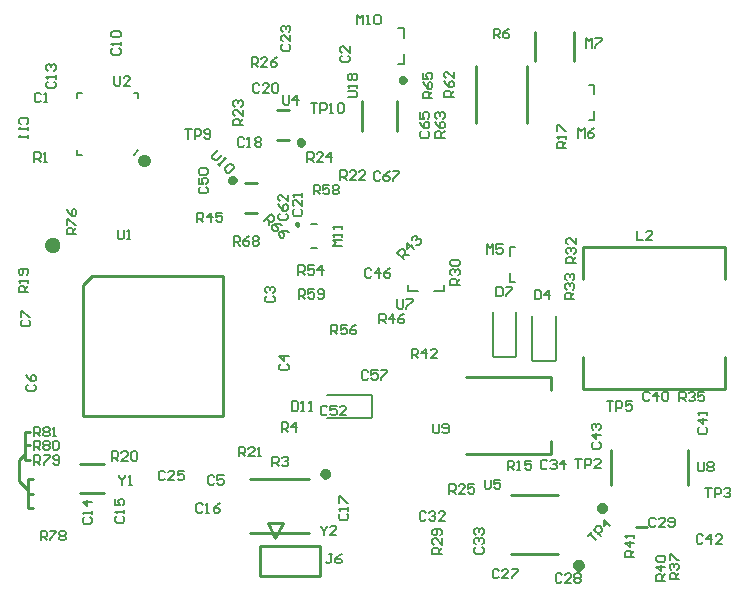
<source format=gto>
%FSTAX24Y24*%
%MOIN*%
%SFA1B1*%

%IPPOS*%
%ADD50C,0.010000*%
%ADD92C,0.019700*%
%ADD93C,0.009800*%
%ADD94C,0.039400*%
%ADD95C,0.007900*%
%ADD96C,0.005000*%
%ADD97C,0.005900*%
%LNee4951_bpm_reva-1*%
%LPD*%
G54D50*
X018199Y008248D02*
X020167D01*
X018199Y010059D02*
X020167D01*
X0231Y021663D02*
Y022648D01*
X021919Y021663D02*
Y022648D01*
X020528Y006823D02*
Y007823D01*
X018528D02*
X020528D01*
X018528Y006823D02*
Y007823D01*
Y006823D02*
X020528D01*
X018778Y008573D02*
X019028Y008073D01*
X019278Y008573*
X018778D02*
X019278D01*
X028238Y013012D02*
Y013465D01*
X025384D02*
X028238D01*
Y010886D02*
Y011339D01*
X025384Y010886D02*
X028238D01*
X030236Y009843D02*
Y011024D01*
X032795Y009843D02*
Y011024D01*
X02689Y007558D02*
X028465D01*
X02689Y009527D02*
X028465D01*
X034016Y016732D02*
Y017795D01*
X029291D02*
X034016D01*
X029291Y016732D02*
Y017795D01*
Y013071D02*
X034016D01*
X029291D02*
Y014134D01*
X034016D02*
Y013071D01*
X019094Y021348D02*
X019488D01*
X019094Y022352D02*
X019488D01*
X012618Y012146D02*
X017303D01*
X012618D02*
Y016535D01*
X012913Y016831*
X017303*
Y012146D02*
Y016831D01*
X027697Y023986D02*
Y02497D01*
X028996Y023986D02*
Y02497D01*
X025719Y023809D02*
Y021919D01*
X027411D02*
Y023809D01*
X018032Y018907D02*
X018425D01*
X018032Y019911D02*
X018425D01*
X012539Y009587D02*
X013327D01*
X012539Y010571D02*
X013327D01*
X031073Y008445D02*
X031417D01*
X010699Y011624D02*
X010846D01*
X010699Y010689D02*
Y011624D01*
Y010689D02*
X010846D01*
X010699Y011181D02*
X010846D01*
X010502Y010689D02*
X010699Y010886D01*
X010502Y01D02*
Y010689D01*
Y01D02*
X010797Y009705D01*
Y009606D02*
Y009705D01*
Y009606D02*
Y009705D01*
Y009085D02*
Y010059D01*
X010945*
X010797Y009567D02*
X010945D01*
X010797Y009085D02*
X010945D01*
G54D92*
X020797Y010217D02*
D01*
X020796Y010222*
X020796Y010227*
X020795Y010233*
X020793Y010238*
X020792Y010244*
X02079Y010249*
X020787Y010254*
X020784Y010258*
X020781Y010263*
X020778Y010267*
X020774Y010271*
X02077Y010275*
X020766Y010279*
X020762Y010282*
X020757Y010285*
X020752Y010288*
X020747Y01029*
X020742Y010292*
X020737Y010293*
X020731Y010294*
X020726Y010295*
X02072Y010295*
X020715*
X020709Y010295*
X020704Y010294*
X020698Y010293*
X020693Y010292*
X020688Y01029*
X020683Y010288*
X020678Y010285*
X020673Y010282*
X020669Y010279*
X020665Y010275*
X020661Y010271*
X020657Y010267*
X020654Y010263*
X020651Y010258*
X020648Y010254*
X020645Y010249*
X020643Y010244*
X020642Y010238*
X02064Y010233*
X020639Y010227*
X020639Y010222*
X020639Y010217*
X020639Y010211*
X020639Y010206*
X02064Y0102*
X020642Y010195*
X020643Y010189*
X020645Y010184*
X020648Y010179*
X020651Y010175*
X020654Y01017*
X020657Y010166*
X020661Y010162*
X020665Y010158*
X020669Y010154*
X020673Y010151*
X020678Y010148*
X020683Y010145*
X020688Y010143*
X020693Y010141*
X020698Y01014*
X020704Y010139*
X020709Y010138*
X020715Y010138*
X02072*
X020726Y010138*
X020731Y010139*
X020737Y01014*
X020742Y010141*
X020747Y010143*
X020752Y010145*
X020757Y010148*
X020762Y010151*
X020766Y010154*
X02077Y010158*
X020774Y010162*
X020778Y010166*
X020781Y01017*
X020784Y010175*
X020787Y010179*
X02079Y010184*
X020792Y010189*
X020793Y010195*
X020795Y0102*
X020796Y010206*
X020796Y010211*
X020797Y010217*
X023346Y023337D02*
D01*
X023345Y02334*
X023345Y023343*
X023344Y023347*
X023344Y02335*
X023343Y023353*
X023341Y023356*
X02334Y02336*
X023338Y023362*
X023336Y023365*
X023334Y023368*
X023332Y023371*
X023329Y023373*
X023327Y023375*
X023324Y023377*
X023321Y023379*
X023318Y023381*
X023315Y023382*
X023312Y023383*
X023308Y023384*
X023305Y023385*
X023302Y023385*
X023298Y023385*
X023295*
X023291Y023385*
X023288Y023385*
X023285Y023384*
X023281Y023383*
X023278Y023382*
X023275Y023381*
X023272Y023379*
X023269Y023377*
X023266Y023375*
X023264Y023373*
X023261Y023371*
X023259Y023368*
X023257Y023365*
X023255Y023362*
X023253Y02336*
X023252Y023356*
X02325Y023353*
X023249Y02335*
X023249Y023347*
X023248Y023343*
X023248Y02334*
X023248Y023337*
X023248Y023333*
X023248Y02333*
X023249Y023326*
X023249Y023323*
X02325Y02332*
X023252Y023317*
X023253Y023313*
X023255Y023311*
X023257Y023308*
X023259Y023305*
X023261Y023302*
X023264Y0233*
X023266Y023298*
X023269Y023296*
X023272Y023294*
X023275Y023292*
X023278Y023291*
X023281Y02329*
X023285Y023289*
X023288Y023288*
X023291Y023288*
X023295Y023288*
X023298*
X023302Y023288*
X023305Y023288*
X023308Y023289*
X023312Y02329*
X023315Y023291*
X023318Y023292*
X023321Y023294*
X023324Y023296*
X023327Y023298*
X023329Y0233*
X023332Y023302*
X023334Y023305*
X023336Y023308*
X023338Y023311*
X02334Y023313*
X023341Y023317*
X023343Y02332*
X023344Y023323*
X023344Y023326*
X023345Y02333*
X023345Y023333*
X023346Y023337*
X030034Y009075D02*
D01*
X030033Y009081*
X030033Y009087*
X030031Y009094*
X03003Y0091*
X030028Y009106*
X030025Y009112*
X030023Y009118*
X030019Y009124*
X030016Y009129*
X030012Y009134*
X030007Y009139*
X030003Y009144*
X029998Y009148*
X029993Y009152*
X029987Y009155*
X029981Y009158*
X029975Y009161*
X029969Y009163*
X029963Y009165*
X029957Y009166*
X02995Y009167*
X029944Y009167*
X029937*
X029931Y009167*
X029924Y009166*
X029918Y009165*
X029912Y009163*
X029906Y009161*
X0299Y009158*
X029894Y009155*
X029888Y009152*
X029883Y009148*
X029878Y009144*
X029874Y009139*
X029869Y009134*
X029865Y009129*
X029862Y009124*
X029858Y009118*
X029856Y009112*
X029853Y009106*
X029851Y0091*
X02985Y009094*
X029848Y009087*
X029848Y009081*
X029848Y009075*
X029848Y009068*
X029848Y009062*
X02985Y009055*
X029851Y009049*
X029853Y009043*
X029856Y009037*
X029858Y009031*
X029862Y009025*
X029865Y00902*
X029869Y009015*
X029874Y00901*
X029878Y009005*
X029883Y009001*
X029888Y008997*
X029894Y008994*
X0299Y008991*
X029906Y008988*
X029912Y008986*
X029918Y008984*
X029924Y008983*
X029931Y008982*
X029937Y008982*
X029944*
X02995Y008982*
X029957Y008983*
X029963Y008984*
X029969Y008986*
X029975Y008988*
X029981Y008991*
X029987Y008994*
X029993Y008997*
X029998Y009001*
X030003Y009005*
X030007Y00901*
X030012Y009015*
X030016Y00902*
X030019Y009025*
X030023Y009031*
X030025Y009037*
X030028Y009043*
X03003Y009049*
X030031Y009055*
X030033Y009062*
X030033Y009068*
X030034Y009075*
X029252Y007165D02*
D01*
X029251Y007171*
X029251Y007178*
X029249Y007185*
X029248Y007192*
X029246Y007198*
X029243Y007204*
X02924Y007211*
X029237Y007216*
X029233Y007222*
X029229Y007227*
X029224Y007233*
X029219Y007237*
X029214Y007242*
X029208Y007246*
X029203Y007249*
X029196Y007253*
X02919Y007255*
X029184Y007258*
X029177Y00726*
X029171Y007261*
X029164Y007262*
X029157Y007262*
X02915*
X029143Y007262*
X029136Y007261*
X02913Y00726*
X029123Y007258*
X029117Y007255*
X029111Y007253*
X029105Y007249*
X029099Y007246*
X029093Y007242*
X029088Y007237*
X029083Y007233*
X029078Y007227*
X029074Y007222*
X02907Y007216*
X029067Y007211*
X029064Y007204*
X029061Y007198*
X029059Y007192*
X029058Y007185*
X029056Y007178*
X029056Y007171*
X029056Y007165*
X029056Y007158*
X029056Y007151*
X029058Y007144*
X029059Y007137*
X029061Y007131*
X029064Y007125*
X029067Y007118*
X02907Y007113*
X029074Y007107*
X029078Y007102*
X029083Y007096*
X029088Y007092*
X029093Y007087*
X029099Y007083*
X029105Y00708*
X029111Y007076*
X029117Y007074*
X029123Y007071*
X02913Y007069*
X029136Y007068*
X029143Y007067*
X02915Y007067*
X029157*
X029164Y007067*
X029171Y007068*
X029177Y007069*
X029184Y007071*
X02919Y007074*
X029196Y007076*
X029203Y00708*
X029208Y007083*
X029214Y007087*
X029219Y007092*
X029224Y007096*
X029229Y007102*
X029233Y007107*
X029237Y007113*
X02924Y007118*
X029243Y007125*
X029246Y007131*
X029248Y007137*
X029249Y007144*
X029251Y007151*
X029251Y007158*
X029252Y007165*
X019961Y02126D02*
D01*
X01996Y021264*
X01996Y021268*
X019959Y021272*
X019958Y021276*
X019957Y02128*
X019955Y021283*
X019954Y021287*
X019952Y021291*
X019949Y021294*
X019947Y021297*
X019944Y0213*
X019941Y021303*
X019938Y021306*
X019934Y021308*
X019931Y021311*
X019927Y021313*
X019924Y021314*
X01992Y021316*
X019916Y021317*
X019912Y021318*
X019908Y021318*
X019904Y021318*
X019899*
X019895Y021318*
X019891Y021318*
X019887Y021317*
X019883Y021316*
X019879Y021314*
X019876Y021313*
X019872Y021311*
X019869Y021308*
X019865Y021306*
X019862Y021303*
X019859Y0213*
X019856Y021297*
X019854Y021294*
X019851Y021291*
X019849Y021287*
X019848Y021283*
X019846Y02128*
X019845Y021276*
X019844Y021272*
X019843Y021268*
X019843Y021264*
X019843Y02126*
X019843Y021255*
X019843Y021251*
X019844Y021247*
X019845Y021243*
X019846Y021239*
X019848Y021236*
X019849Y021232*
X019851Y021228*
X019854Y021225*
X019856Y021222*
X019859Y021219*
X019862Y021216*
X019865Y021213*
X019869Y021211*
X019872Y021208*
X019876Y021206*
X019879Y021205*
X019883Y021203*
X019887Y021202*
X019891Y021201*
X019895Y021201*
X019899Y021201*
X019904*
X019908Y021201*
X019912Y021201*
X019916Y021202*
X01992Y021203*
X019924Y021205*
X019927Y021206*
X019931Y021208*
X019934Y021211*
X019938Y021213*
X019941Y021216*
X019944Y021219*
X019947Y021222*
X019949Y021225*
X019952Y021228*
X019954Y021232*
X019955Y021236*
X019957Y021239*
X019958Y021243*
X019959Y021247*
X01996Y021251*
X01996Y021255*
X019961Y02126*
X017677Y02D02*
D01*
X017676Y020004*
X017676Y020008*
X017675Y020012*
X017674Y020016*
X017673Y02002*
X017671Y020023*
X01767Y020027*
X017668Y020031*
X017665Y020034*
X017663Y020037*
X01766Y02004*
X017657Y020043*
X017654Y020046*
X01765Y020048*
X017647Y020051*
X017643Y020053*
X01764Y020054*
X017636Y020056*
X017632Y020057*
X017628Y020058*
X017624Y020058*
X01762Y020058*
X017615*
X017611Y020058*
X017607Y020058*
X017603Y020057*
X017599Y020056*
X017595Y020054*
X017592Y020053*
X017588Y020051*
X017585Y020048*
X017581Y020046*
X017578Y020043*
X017575Y02004*
X017572Y020037*
X01757Y020034*
X017567Y020031*
X017565Y020027*
X017564Y020023*
X017562Y02002*
X017561Y020016*
X01756Y020012*
X017559Y020008*
X017559Y020004*
X017559Y02*
X017559Y019995*
X017559Y019991*
X01756Y019987*
X017561Y019983*
X017562Y019979*
X017564Y019976*
X017565Y019972*
X017567Y019968*
X01757Y019965*
X017572Y019962*
X017575Y019959*
X017578Y019956*
X017581Y019953*
X017585Y019951*
X017588Y019948*
X017592Y019946*
X017595Y019945*
X017599Y019943*
X017603Y019942*
X017607Y019941*
X017611Y019941*
X017615Y019941*
X01762*
X017624Y019941*
X017628Y019941*
X017632Y019942*
X017636Y019943*
X01764Y019945*
X017643Y019946*
X017647Y019948*
X01765Y019951*
X017654Y019953*
X017657Y019956*
X01766Y019959*
X017663Y019962*
X017665Y019965*
X017668Y019968*
X01767Y019972*
X017671Y019976*
X017673Y019979*
X017674Y019983*
X017675Y019987*
X017676Y019991*
X017676Y019995*
X017677Y02*
G54D93*
X019803Y018543D02*
D01*
X019802Y018545*
X019802Y018548*
X019802Y018551*
X019801Y018553*
X0198Y018556*
X019799Y018558*
X019798Y018561*
X019797Y018563*
X019795Y018565*
X019793Y018568*
X019792Y01857*
X01979Y018571*
X019788Y018573*
X019785Y018575*
X019783Y018576*
X019781Y018578*
X019778Y018579*
X019776Y01858*
X019773Y01858*
X01977Y018581*
X019768Y018581*
X019765Y018581*
X019762*
X019759Y018581*
X019757Y018581*
X019754Y01858*
X019751Y01858*
X019749Y018579*
X019746Y018578*
X019744Y018576*
X019742Y018575*
X019739Y018573*
X019737Y018571*
X019735Y01857*
X019734Y018568*
X019732Y018565*
X01973Y018563*
X019729Y018561*
X019728Y018558*
X019727Y018556*
X019726Y018553*
X019725Y018551*
X019725Y018548*
X019725Y018545*
X019725Y018543*
X019725Y01854*
X019725Y018537*
X019725Y018534*
X019726Y018532*
X019727Y018529*
X019728Y018527*
X019729Y018524*
X01973Y018522*
X019732Y01852*
X019734Y018517*
X019735Y018515*
X019737Y018514*
X019739Y018512*
X019742Y01851*
X019744Y018509*
X019746Y018507*
X019749Y018506*
X019751Y018505*
X019754Y018505*
X019757Y018504*
X019759Y018504*
X019762Y018504*
X019765*
X019768Y018504*
X01977Y018504*
X019773Y018505*
X019776Y018505*
X019778Y018506*
X019781Y018507*
X019783Y018509*
X019785Y01851*
X019788Y018512*
X01979Y018514*
X019792Y018515*
X019793Y018517*
X019795Y01852*
X019797Y018522*
X019798Y018524*
X019799Y018527*
X0198Y018529*
X019801Y018532*
X019802Y018534*
X019802Y018537*
X019802Y01854*
X019803Y018543*
G54D94*
X014685Y020659D02*
D01*
X014684Y020659*
X014684Y02066*
X014684Y020661*
X014684Y020661*
X014684Y020662*
X014684Y020663*
X014683Y020663*
X014683Y020664*
X014683Y020664*
X014682Y020665*
X014682Y020665*
X014681Y020666*
X014681Y020666*
X01468Y020667*
X01468Y020667*
X014679Y020667*
X014678Y020668*
X014678Y020668*
X014677Y020668*
X014676Y020668*
X014676Y020668*
X014675Y020668*
X014674*
X014673Y020668*
X014673Y020668*
X014672Y020668*
X014671Y020668*
X014671Y020668*
X01467Y020667*
X01467Y020667*
X014669Y020667*
X014668Y020666*
X014668Y020666*
X014667Y020665*
X014667Y020665*
X014666Y020664*
X014666Y020664*
X014666Y020663*
X014665Y020663*
X014665Y020662*
X014665Y020661*
X014665Y020661*
X014665Y02066*
X014665Y020659*
X014665Y020659*
X014665Y020658*
X014665Y020657*
X014665Y020656*
X014665Y020656*
X014665Y020655*
X014665Y020654*
X014666Y020654*
X014666Y020653*
X014666Y020653*
X014667Y020652*
X014667Y020652*
X014668Y020651*
X014668Y020651*
X014669Y02065*
X01467Y02065*
X01467Y02065*
X014671Y020649*
X014671Y020649*
X014672Y020649*
X014673Y020649*
X014673Y020649*
X014674Y020649*
X014675*
X014676Y020649*
X014676Y020649*
X014677Y020649*
X014678Y020649*
X014678Y020649*
X014679Y02065*
X01468Y02065*
X01468Y02065*
X014681Y020651*
X014681Y020651*
X014682Y020652*
X014682Y020652*
X014683Y020653*
X014683Y020653*
X014683Y020654*
X014684Y020654*
X014684Y020655*
X014684Y020656*
X014684Y020656*
X014684Y020657*
X014684Y020658*
X014685Y020659*
X011663Y017835D02*
D01*
X011662Y017838*
X011662Y017841*
X011661Y017845*
X011661Y017848*
X01166Y017851*
X011658Y017854*
X011657Y017858*
X011655Y01786*
X011653Y017863*
X011651Y017866*
X011649Y017869*
X011646Y017871*
X011644Y017873*
X011641Y017875*
X011638Y017877*
X011635Y017879*
X011632Y01788*
X011629Y017881*
X011625Y017882*
X011622Y017883*
X011619Y017883*
X011615Y017883*
X011612*
X011608Y017883*
X011605Y017883*
X011602Y017882*
X011598Y017881*
X011595Y01788*
X011592Y017879*
X011589Y017877*
X011586Y017875*
X011583Y017873*
X011581Y017871*
X011578Y017869*
X011576Y017866*
X011574Y017863*
X011572Y01786*
X01157Y017858*
X011569Y017854*
X011567Y017851*
X011566Y017848*
X011566Y017845*
X011565Y017841*
X011565Y017838*
X011565Y017835*
X011565Y017831*
X011565Y017828*
X011566Y017824*
X011566Y017821*
X011567Y017818*
X011569Y017815*
X01157Y017811*
X011572Y017809*
X011574Y017806*
X011576Y017803*
X011578Y0178*
X011581Y017798*
X011583Y017796*
X011586Y017794*
X011589Y017792*
X011592Y01779*
X011595Y017789*
X011598Y017788*
X011602Y017787*
X011605Y017786*
X011608Y017786*
X011612Y017786*
X011615*
X011619Y017786*
X011622Y017786*
X011625Y017787*
X011629Y017788*
X011632Y017789*
X011635Y01779*
X011638Y017792*
X011641Y017794*
X011644Y017796*
X011646Y017798*
X011649Y0178*
X011651Y017803*
X011653Y017806*
X011655Y017809*
X011657Y017811*
X011658Y017815*
X01166Y017818*
X011661Y017821*
X011661Y017824*
X011662Y017828*
X011662Y017831*
X011663Y017835*
G54D95*
X020217Y018543D02*
X020413D01*
X020217Y017756D02*
X020413D01*
X027028Y014124D02*
X027067Y014163D01*
X026319Y014124D02*
X027028D01*
X027067Y014163D02*
Y01562D01*
X02628Y014163D02*
Y01562D01*
Y014163D02*
X026319Y014124D01*
X028346Y013996D02*
X028386Y014035D01*
X027638Y013996D02*
X028346D01*
X028386Y015492D02*
Y014035D01*
X027598D02*
Y015492D01*
Y014035D02*
X027638Y013996D01*
X024644Y016516D02*
Y016336D01*
X024329D02*
X024644D01*
X023463D02*
X023778D01*
X023463Y016516D02*
Y016336D01*
X026848Y016616D02*
X027028D01*
X026848D02*
Y016931D01*
Y017482D02*
Y017797D01*
X027028*
X022224Y012077D02*
X022264Y012116D01*
X020768Y012077D02*
X022224D01*
X020768Y012864D02*
X022224D01*
X022264Y012116D02*
Y012825D01*
X022224Y012864D02*
X022264Y012825D01*
X02314Y023906D02*
X023319D01*
Y024221*
Y024772D02*
Y025087D01*
X02314D02*
X023319D01*
X029478Y023197D02*
X029658D01*
Y022882D02*
Y023197D01*
Y022016D02*
Y022331D01*
X029478Y022016D02*
X029658D01*
G54D96*
X014311Y020866D02*
X014469Y021024D01*
X014468Y022756D02*
X014469Y022913D01*
X014311D02*
X014469D01*
X012421D02*
X012579D01*
X012421Y022756D02*
Y022913D01*
Y020866D02*
X012579D01*
X012421D02*
Y021024D01*
G54D97*
X020541Y008494D02*
Y008442D01*
X020646Y008337*
X020751Y008442*
Y008494*
X020646Y008337D02*
Y008179D01*
X021066D02*
X020856D01*
X021066Y008389*
Y008442*
X021014Y008494*
X020909*
X020856Y008442*
X013829Y010187D02*
Y010134D01*
X013934Y010029*
X014039Y010134*
Y010187*
X013934Y010029D02*
Y009872D01*
X014144D02*
X014249D01*
X014196*
Y010187*
X014144Y010134*
X021447Y022776D02*
X021709D01*
X021762Y022828*
Y022933*
X021709Y022985*
X021447*
X021762Y02309D02*
Y023195D01*
Y023143*
X021447*
X021499Y02309*
Y023353D02*
X021447Y023405D01*
Y02351*
X021499Y023563*
X021552*
X021604Y02351*
X021657Y023563*
X021709*
X021762Y02351*
Y023405*
X021709Y023353*
X021657*
X021604Y023405*
X021552Y023353*
X021499*
X021604Y023405D02*
Y02351D01*
X019803Y01686D02*
Y017175D01*
X019961*
X020013Y017123*
Y017018*
X019961Y016965*
X019803*
X019908D02*
X020013Y01686D01*
X020328Y017175D02*
X020118D01*
Y017018*
X020223Y01707*
X020275*
X020328Y017018*
Y016913*
X020275Y01686*
X02017*
X020118Y016913*
X02059Y01686D02*
Y017175D01*
X020433Y017018*
X020643*
X02874Y021083D02*
X028425D01*
Y02124*
X028478Y021293*
X028583*
X028635Y02124*
Y021083*
Y021188D02*
X02874Y021293D01*
Y021398D02*
Y021502D01*
Y02145*
X028425*
X028478Y021398*
X028425Y02166D02*
Y02187D01*
X028478*
X028688Y02166*
X02874*
X02127Y017815D02*
X020955D01*
X02106Y01792*
X020955Y018025*
X02127*
Y01813D02*
Y018235D01*
Y018182*
X020955*
X021007Y01813*
X02127Y018392D02*
Y018497D01*
Y018445*
X020955*
X021007Y018392*
X020928Y007559D02*
X020823D01*
X020876*
Y007297*
X020823Y007244*
X020771*
X020719Y007297*
X021243Y007559D02*
X021138Y007506D01*
X021033Y007402*
Y007297*
X021086Y007244*
X021191*
X021243Y007297*
Y007349*
X021191Y007402*
X021033*
X022533Y020262D02*
X02248Y020315D01*
X022375*
X022323Y020262*
Y020052*
X022375Y02*
X02248*
X022533Y020052*
X022848Y020315D02*
X022743Y020262D01*
X022638Y020157*
Y020052*
X02269Y02*
X022795*
X022848Y020052*
Y020105*
X022795Y020157*
X022638*
X022953Y020315D02*
X023162D01*
Y020262*
X022953Y020052*
Y02*
X023901Y021647D02*
X023849Y021594D01*
Y021489*
X023901Y021437*
X024111*
X024163Y021489*
Y021594*
X024111Y021647*
X023849Y021962D02*
X023901Y021857D01*
X024006Y021752*
X024111*
X024163Y021804*
Y021909*
X024111Y021962*
X024058*
X024006Y021909*
Y021752*
X023849Y022277D02*
Y022067D01*
X024006*
X023953Y022172*
Y022224*
X024006Y022277*
X024111*
X024163Y022224*
Y022119*
X024111Y022067*
X024291Y011899D02*
Y011637D01*
X024344Y011585*
X024449*
X024501Y011637*
Y011899*
X024606Y011637D02*
X024659Y011585D01*
X024764*
X024816Y011637*
Y011847*
X024764Y011899*
X024659*
X024606Y011847*
Y011795*
X024659Y011742*
X024816*
X026398Y016457D02*
Y016142D01*
X026555*
X026608Y016194*
Y016404*
X026555Y016457*
X026398*
X026713D02*
X026922D01*
Y016404*
X026713Y016194*
Y016142*
X027677Y016358D02*
Y016043D01*
X027835*
X027887Y016096*
Y016306*
X027835Y016358*
X027677*
X028149Y016043D02*
Y016358D01*
X027992Y016201*
X028202*
X020217Y022579D02*
X020426D01*
X020321*
Y022264*
X020531D02*
Y022579D01*
X020689*
X020741Y022526*
Y022421*
X020689Y022369*
X020531*
X020846Y022264D02*
X020951D01*
X020899*
Y022579*
X020846Y022526*
X021109D02*
X021161Y022579D01*
X021266*
X021319Y022526*
Y022316*
X021266Y022264*
X021161*
X021109Y022316*
Y022526*
X030079Y012648D02*
X030289D01*
X030184*
Y012333*
X030394D02*
Y012648D01*
X030551*
X030604Y012595*
Y01249*
X030551Y012438*
X030394*
X030918Y012648D02*
X030708D01*
Y01249*
X030813Y012543*
X030866*
X030918Y01249*
Y012385*
X030866Y012333*
X030761*
X030708Y012385*
X029453Y008155D02*
X029595Y008296D01*
X029524Y008226*
X029736Y008014*
X029877Y008155D02*
X029665Y008367D01*
X029771Y008473*
X029842*
X029913Y008402*
Y008332*
X029807Y008226*
X030196Y008473D02*
X029983Y008685D01*
Y008473*
X030125Y008614*
X033366Y009764D02*
X033576D01*
X033471*
Y009449*
X033681D02*
Y009764D01*
X033838*
X033891Y009711*
Y009606*
X033838Y009554*
X033681*
X033996Y009711D02*
X034048Y009764D01*
X034153*
X034206Y009711*
Y009659*
X034153Y009606*
X034101*
X034153*
X034206Y009554*
Y009501*
X034153Y009449*
X034048*
X033996Y009501*
X029035Y010738D02*
X029245D01*
X02914*
Y010423*
X02935D02*
Y010738D01*
X029508*
X02956Y010686*
Y010581*
X029508Y010528*
X02935*
X029875Y010423D02*
X029665D01*
X029875Y010633*
Y010686*
X029823Y010738*
X029718*
X029665Y010686*
X016033Y021713D02*
X016243D01*
X016138*
Y021398*
X016348D02*
Y021713D01*
X016506*
X016558Y02166*
Y021555*
X016506Y021503*
X016348*
X016663Y02145D02*
X016716Y021398D01*
X016821*
X016873Y02145*
Y02166*
X016821Y021713*
X016716*
X016663Y02166*
Y021608*
X016716Y021555*
X016873*
X03312Y01063D02*
Y010367D01*
X033173Y010315*
X033278*
X03333Y010367*
Y01063*
X033435Y010577D02*
X033487Y01063D01*
X033592*
X033645Y010577*
Y010525*
X033592Y010472*
X033645Y01042*
Y010367*
X033592Y010315*
X033487*
X033435Y010367*
Y01042*
X033487Y010472*
X033435Y010525*
Y010577*
X033487Y010472D02*
X033592D01*
X023091Y016053D02*
Y015791D01*
X023143Y015738*
X023248*
X0233Y015791*
Y016053*
X023405D02*
X023615D01*
Y016001*
X023405Y015791*
Y015738*
X026014Y010039D02*
Y009777D01*
X026066Y009724*
X026171*
X026224Y009777*
Y010039*
X026539D02*
X026329D01*
Y009882*
X026434Y009934*
X026486*
X026539Y009882*
Y009777*
X026486Y009724*
X026381*
X026329Y009777*
X0225Y015246D02*
Y015561D01*
X022657*
X02271Y015508*
Y015403*
X022657Y015351*
X0225*
X022605D02*
X02271Y015246D01*
X022972D02*
Y015561D01*
X022815Y015403*
X023025*
X02334Y015561D02*
X023235Y015508D01*
X02313Y015403*
Y015299*
X023182Y015246*
X023287*
X02334Y015299*
Y015351*
X023287Y015403*
X02313*
X016427Y018622D02*
Y018937D01*
X016585*
X016637Y018884*
Y018779*
X016585Y018727*
X016427*
X016532D02*
X016637Y018622D01*
X016899D02*
Y018937D01*
X016742Y018779*
X016952*
X017267Y018937D02*
X017057D01*
Y018779*
X017162Y018832*
X017214*
X017267Y018779*
Y018675*
X017214Y018622*
X017109*
X017057Y018675*
X023327Y017382D02*
X023104Y017605D01*
X023215Y017716*
X02329*
X023364Y017642*
Y017567*
X023253Y017456*
X023327Y01753D02*
X023475D01*
X023661Y017716D02*
X023438Y017938D01*
Y017716*
X023587Y017864*
Y018013D02*
Y018087D01*
X023661Y018161*
X023735*
X023772Y018124*
Y01805*
X023735Y018013*
X023772Y01805*
X023846*
X023883Y018013*
Y017938*
X023809Y017864*
X023735*
X023583Y014085D02*
Y014399D01*
X02374*
X023793Y014347*
Y014242*
X02374Y01419*
X023583*
X023688D02*
X023793Y014085D01*
X024055D02*
Y014399D01*
X023898Y014242*
X024107*
X024422Y014085D02*
X024212D01*
X024422Y014295*
Y014347*
X02437Y014399*
X024265*
X024212Y014347*
X031004Y007461D02*
X030689D01*
Y007618*
X030742Y007671*
X030847*
X030899Y007618*
Y007461*
Y007566D02*
X031004Y007671D01*
Y007933D02*
X030689D01*
X030847Y007775*
Y007985*
X031004Y00809D02*
Y008195D01*
Y008143*
X030689*
X030742Y00809*
X032037Y006663D02*
X031723D01*
Y006821*
X031775Y006873*
X03188*
X031932Y006821*
Y006663*
Y006768D02*
X032037Y006873D01*
Y007136D02*
X031723D01*
X03188Y006978*
Y007188*
X031775Y007293D02*
X031723Y007346D01*
Y007451*
X031775Y007503*
X031985*
X032037Y007451*
Y007346*
X031985Y007293*
X031775*
X03249Y006713D02*
X032175D01*
Y00687*
X032228Y006923*
X032333*
X032385Y00687*
Y006713*
Y006818D02*
X03249Y006923D01*
X032228Y007027D02*
X032175Y00708D01*
Y007185*
X032228Y007237*
X03228*
X032333Y007185*
Y007132*
Y007185*
X032385Y007237*
X032438*
X03249Y007185*
Y00708*
X032438Y007027*
X032175Y007342D02*
Y007552D01*
X032228*
X032438Y007342*
X03249*
X0325Y012648D02*
Y012962D01*
X032657*
X03271Y01291*
Y012805*
X032657Y012753*
X0325*
X032605D02*
X03271Y012648D01*
X032815Y01291D02*
X032867Y012962D01*
X032972*
X033025Y01291*
Y012858*
X032972Y012805*
X03292*
X032972*
X033025Y012753*
Y0127*
X032972Y012648*
X032867*
X032815Y0127*
X03334Y012962D02*
X03313D01*
Y012805*
X033235Y012858*
X033287*
X03334Y012805*
Y0127*
X033287Y012648*
X033182*
X03313Y0127*
X029006Y016053D02*
X028691D01*
Y016211*
X028744Y016263*
X028848*
X028901Y016211*
Y016053*
Y016158D02*
X029006Y016263D01*
X028744Y016368D02*
X028691Y01642D01*
Y016525*
X028744Y016578*
X028796*
X028848Y016525*
Y016473*
Y016525*
X028901Y016578*
X028953*
X029006Y016525*
Y01642*
X028953Y016368*
X028744Y016683D02*
X028691Y016735D01*
Y01684*
X028744Y016893*
X028796*
X028848Y01684*
Y016788*
Y01684*
X028901Y016893*
X028953*
X029006Y01684*
Y016735*
X028953Y016683*
X029055Y017244D02*
X02874D01*
Y017402*
X028793Y017454*
X028898*
X02895Y017402*
Y017244*
Y017349D02*
X029055Y017454D01*
X028793Y017559D02*
X02874Y017611D01*
Y017716*
X028793Y017769*
X028845*
X028898Y017716*
Y017664*
Y017716*
X02895Y017769*
X029003*
X029055Y017716*
Y017611*
X029003Y017559*
X029055Y018084D02*
Y017874D01*
X028845Y018084*
X028793*
X02874Y018031*
Y017926*
X028793Y017874*
X025187Y016526D02*
X024872D01*
Y016683*
X024925Y016736*
X02503*
X025082Y016683*
Y016526*
Y016631D02*
X025187Y016736D01*
X024925Y01684D02*
X024872Y016893D01*
Y016998*
X024925Y01705*
X024977*
X02503Y016998*
Y016945*
Y016998*
X025082Y01705*
X025135*
X025187Y016998*
Y016893*
X025135Y01684*
X024925Y017155D02*
X024872Y017208D01*
Y017313*
X024925Y017365*
X025135*
X025187Y017313*
Y017208*
X025135Y017155*
X024925*
X024587Y007549D02*
X024272D01*
Y007707*
X024324Y007759*
X024429*
X024482Y007707*
Y007549*
Y007654D02*
X024587Y007759D01*
Y008074D02*
Y007864D01*
X024377Y008074*
X024324*
X024272Y008022*
Y007917*
X024324Y007864*
X024534Y008179D02*
X024587Y008231D01*
Y008336*
X024534Y008389*
X024324*
X024272Y008336*
Y008231*
X024324Y008179*
X024377*
X024429Y008231*
Y008389*
X024833Y009567D02*
Y009882D01*
X02499*
X025043Y009829*
Y009724*
X02499Y009672*
X024833*
X024938D02*
X025043Y009567D01*
X025357D02*
X025148D01*
X025357Y009777*
Y009829*
X025305Y009882*
X0252*
X025148Y009829*
X025672Y009882D02*
X025462D01*
Y009724*
X025567Y009777*
X02562*
X025672Y009724*
Y009619*
X02562Y009567*
X025515*
X025462Y009619*
X026781Y010354D02*
Y010669D01*
X026939*
X026991Y010617*
Y010512*
X026939Y010459*
X026781*
X026886D02*
X026991Y010354D01*
X027096D02*
X027201D01*
X027149*
Y010669*
X027096Y010617*
X027569Y010669D02*
X027359D01*
Y010512*
X027464Y010564*
X027516*
X027569Y010512*
Y010407*
X027516Y010354*
X027411*
X027359Y010407*
X026093Y017559D02*
Y017874D01*
X026197Y017769*
X026302Y017874*
Y017559*
X026617Y017874D02*
X026407D01*
Y017716*
X026512Y017769*
X026565*
X026617Y017716*
Y017612*
X026565Y017559*
X02646*
X026407Y017612*
X031083Y018327D02*
Y018012D01*
X031293*
X031607D02*
X031398D01*
X031607Y018222*
Y018274*
X031555Y018327*
X03145*
X031398Y018274*
X02076Y012445D02*
X020708Y012497D01*
X020603*
X02055Y012445*
Y012235*
X020603Y012183*
X020708*
X02076Y012235*
X021075Y012497D02*
X020865D01*
Y01234*
X02097Y012392*
X021023*
X021075Y01234*
Y012235*
X021023Y012183*
X020918*
X020865Y012235*
X02139Y012183D02*
X02118D01*
X02139Y012392*
Y012445*
X021337Y012497*
X021233*
X02118Y012445*
X016529Y019787D02*
X016476Y019734D01*
Y019629*
X016529Y019577*
X016739*
X016791Y019629*
Y019734*
X016739Y019787*
X016476Y020102D02*
Y019892D01*
X016634*
X016581Y019997*
Y020049*
X016634Y020102*
X016739*
X016791Y020049*
Y019944*
X016739Y019892*
X016529Y020206D02*
X016476Y020259D01*
Y020364*
X016529Y020416*
X016739*
X016791Y020364*
Y020259*
X016739Y020206*
X016529*
X022237Y017034D02*
X022185Y017087D01*
X02208*
X022028Y017034*
Y016824*
X02208Y016772*
X022185*
X022237Y016824*
X0225Y016772D02*
Y017087D01*
X022342Y016929*
X022552*
X022867Y017087D02*
X022762Y017034D01*
X022657Y016929*
Y016824*
X02271Y016772*
X022815*
X022867Y016824*
Y016877*
X022815Y016929*
X022657*
X029629Y011273D02*
X029577Y01122D01*
Y011115*
X029629Y011063*
X029839*
X029892Y011115*
Y01122*
X029839Y011273*
X029892Y011535D02*
X029577D01*
X029734Y011378*
Y011588*
X029629Y011693D02*
X029577Y011745D01*
Y01185*
X029629Y011903*
X029682*
X029734Y01185*
Y011798*
Y01185*
X029787Y011903*
X029839*
X029892Y01185*
Y011745*
X029839Y011693*
X033291Y008156D02*
X033238Y008209D01*
X033133*
X033081Y008156*
Y007946*
X033133Y007894*
X033238*
X033291Y007946*
X033553Y007894D02*
Y008209D01*
X033396Y008051*
X033605*
X03392Y007894D02*
X03371D01*
X03392Y008104*
Y008156*
X033868Y008209*
X033763*
X03371Y008156*
X033173Y011775D02*
X03312Y011722D01*
Y011617*
X033173Y011565*
X033383*
X033435Y011617*
Y011722*
X033383Y011775*
X033435Y012037D02*
X03312D01*
X033278Y01188*
Y01209*
X033435Y012195D02*
Y0123D01*
Y012247*
X03312*
X033173Y012195*
X031509Y01292D02*
X031457Y012972D01*
X031352*
X031299Y01292*
Y01271*
X031352Y012657*
X031457*
X031509Y01271*
X031772Y012657D02*
Y012972D01*
X031614Y012815*
X031824*
X031929Y01292D02*
X031981Y012972D01*
X032086*
X032139Y01292*
Y01271*
X032086Y012657*
X031981*
X031929Y01271*
Y01292*
X025722Y007779D02*
X025669Y007726D01*
Y007621*
X025722Y007569*
X025932*
X025984Y007621*
Y007726*
X025932Y007779*
X025722Y007884D02*
X025669Y007936D01*
Y008041*
X025722Y008094*
X025774*
X025827Y008041*
Y007989*
Y008041*
X025879Y008094*
X025932*
X025984Y008041*
Y007936*
X025932Y007884*
X025722Y008199D02*
X025669Y008251D01*
Y008356*
X025722Y008409*
X025774*
X025827Y008356*
Y008304*
Y008356*
X025879Y008409*
X025932*
X025984Y008356*
Y008251*
X025932Y008199*
X024058Y008934D02*
X024006Y008986D01*
X023901*
X023848Y008934*
Y008724*
X023901Y008671*
X024006*
X024058Y008724*
X024163Y008934D02*
X024216Y008986D01*
X024321*
X024373Y008934*
Y008881*
X024321Y008829*
X024268*
X024321*
X024373Y008776*
Y008724*
X024321Y008671*
X024216*
X024163Y008724*
X024688Y008671D02*
X024478D01*
X024688Y008881*
Y008934*
X024636Y008986*
X024531*
X024478Y008934*
X031716Y008717D02*
X031663Y00877D01*
X031558*
X031506Y008717*
Y008507*
X031558Y008455*
X031663*
X031716Y008507*
X032031Y008455D02*
X031821D01*
X032031Y008665*
Y008717*
X031978Y00877*
X031873*
X031821Y008717*
X032136Y008507D02*
X032188Y008455D01*
X032293*
X032346Y008507*
Y008717*
X032293Y00877*
X032188*
X032136Y008717*
Y008665*
X032188Y008612*
X032346*
X028586Y006857D02*
X028533Y006909D01*
X028428*
X028376Y006857*
Y006647*
X028428Y006594*
X028533*
X028586Y006647*
X028901Y006594D02*
X028691D01*
X028901Y006804*
Y006857*
X028848Y006909*
X028743*
X028691Y006857*
X029006D02*
X029058Y006909D01*
X029163*
X029216Y006857*
Y006804*
X029163Y006752*
X029216Y006699*
Y006647*
X029163Y006594*
X029058*
X029006Y006647*
Y006699*
X029058Y006752*
X029006Y006804*
Y006857*
X029058Y006752D02*
X029163D01*
X026489Y007005D02*
X026437Y007057D01*
X026332*
X02628Y007005*
Y006795*
X026332Y006742*
X026437*
X026489Y006795*
X026804Y006742D02*
X026594D01*
X026804Y006952*
Y007005*
X026752Y007057*
X026647*
X026594Y007005*
X026909Y007057D02*
X027119D01*
Y007005*
X026909Y006795*
Y006742*
X019291Y022844D02*
Y022582D01*
X019344Y02253*
X019449*
X019501Y022582*
Y022844*
X019764Y02253D02*
Y022844D01*
X019606Y022687*
X019816*
X013661Y023484D02*
Y023222D01*
X013714Y023169*
X013819*
X013871Y023222*
Y023484*
X014186Y023169D02*
X013976D01*
X014186Y023379*
Y023432*
X014134Y023484*
X014029*
X013976Y023432*
X01378Y018366D02*
Y018104D01*
X013832Y018051*
X013937*
X013989Y018104*
Y018366*
X014094Y018051D02*
X014199D01*
X014147*
Y018366*
X014094Y018314*
X020098Y02063D02*
Y020945D01*
X020256*
X020308Y020892*
Y020787*
X020256Y020735*
X020098*
X020203D02*
X020308Y02063D01*
X020623D02*
X020413D01*
X020623Y02084*
Y020892*
X020571Y020945*
X020466*
X020413Y020892*
X020886Y02063D02*
Y020945D01*
X020728Y020787*
X020938*
X021201Y02003D02*
Y020344D01*
X021358*
X021411Y020292*
Y020187*
X021358Y020134*
X021201*
X021306D02*
X021411Y02003D01*
X021726D02*
X021516D01*
X021726Y020239*
Y020292*
X021673Y020344*
X021568*
X021516Y020292*
X02204Y02003D02*
X02183D01*
X02204Y020239*
Y020292*
X021988Y020344*
X021883*
X02183Y020292*
X017825Y010807D02*
Y011122D01*
X017982*
X018035Y011069*
Y010965*
X017982Y010912*
X017825*
X01793D02*
X018035Y010807D01*
X01835D02*
X01814D01*
X01835Y011017*
Y011069*
X018297Y011122*
X018192*
X01814Y011069*
X018455Y010807D02*
X018559D01*
X018507*
Y011122*
X018455Y011069*
X013593Y010659D02*
Y010974D01*
X01375*
X013802Y010922*
Y010817*
X01375Y010764*
X013593*
X013697D02*
X013802Y010659D01*
X014117D02*
X013907D01*
X014117Y010869*
Y010922*
X014065Y010974*
X01396*
X013907Y010922*
X014222D02*
X014275Y010974D01*
X01438*
X014432Y010922*
Y010712*
X01438Y010659*
X014275*
X014222Y010712*
Y010922*
X010797Y01628D02*
X010482D01*
Y016437*
X010535Y016489*
X01064*
X010692Y016437*
Y01628*
Y016384D02*
X010797Y016489D01*
Y016594D02*
Y016699D01*
Y016647*
X010482*
X010535Y016594*
X010745Y016857D02*
X010797Y016909D01*
Y017014*
X010745Y017067*
X010535*
X010482Y017014*
Y016909*
X010535Y016857*
X010587*
X01064Y016909*
Y017067*
X019242Y011634D02*
Y011949D01*
X0194*
X019452Y011896*
Y011791*
X0194Y011739*
X019242*
X019347D02*
X019452Y011634D01*
X019714D02*
Y011949D01*
X019557Y011791*
X019767*
X018937Y010482D02*
Y010797D01*
X019094*
X019147Y010745*
Y01064*
X019094Y010587*
X018937*
X019042D02*
X019147Y010482D01*
X019252Y010745D02*
X019304Y010797D01*
X019409*
X019462Y010745*
Y010692*
X019409Y01064*
X019357*
X019409*
X019462Y010587*
Y010535*
X019409Y010482*
X019304*
X019252Y010535*
X011004Y02063D02*
Y020945D01*
X011161*
X011214Y020892*
Y020787*
X011161Y020735*
X011004*
X011109D02*
X011214Y02063D01*
X011319D02*
X011424D01*
X011371*
Y020945*
X011319Y020892*
X019669Y019048D02*
X019616Y018996D01*
Y018891*
X019669Y018839*
X019879*
X019931Y018891*
Y018996*
X019879Y019048*
X019931Y019363D02*
Y019153D01*
X019721Y019363*
X019669*
X019616Y019311*
Y019206*
X019669Y019153*
X019931Y019468D02*
Y019573D01*
Y019521*
X019616*
X019669Y019468*
X018507Y023195D02*
X018455Y023248D01*
X01835*
X018297Y023195*
Y022986*
X01835Y022933*
X018455*
X018507Y022986*
X018822Y022933D02*
X018612D01*
X018822Y023143*
Y023195*
X01877Y023248*
X018665*
X018612Y023195*
X018927D02*
X018979Y023248D01*
X019084*
X019137Y023195*
Y022986*
X019084Y022933*
X018979*
X018927Y022986*
Y023195*
X017995Y021394D02*
X017943Y021447D01*
X017838*
X017785Y021394*
Y021184*
X017838Y021132*
X017943*
X017995Y021184*
X0181Y021132D02*
X018205D01*
X018153*
Y021447*
X0181Y021394*
X018363D02*
X018415Y021447D01*
X01852*
X018573Y021394*
Y021342*
X01852Y021289*
X018573Y021237*
Y021184*
X01852Y021132*
X018415*
X018363Y021184*
Y021237*
X018415Y021289*
X018363Y021342*
Y021394*
X018415Y021289D02*
X01852D01*
X021204Y008901D02*
X021152Y008848D01*
Y008743*
X021204Y008691*
X021414*
X021467Y008743*
Y008848*
X021414Y008901*
X021467Y009006D02*
Y009111D01*
Y009058*
X021152*
X021204Y009006*
X021152Y009268D02*
Y009478D01*
X021204*
X021414Y009268*
X021467*
X016608Y00919D02*
X016555Y009242D01*
X01645*
X016398Y00919*
Y00898*
X01645Y008927*
X016555*
X016608Y00898*
X016712Y008927D02*
X016817D01*
X016765*
Y009242*
X016712Y00919*
X017185Y009242D02*
X01708Y00919D01*
X016975Y009085*
Y00898*
X017027Y008927*
X017132*
X017185Y00898*
Y009032*
X017132Y009085*
X016975*
X013744Y008812D02*
X013691Y00876D01*
Y008655*
X013744Y008602*
X013953*
X014006Y008655*
Y00876*
X013953Y008812*
X014006Y008917D02*
Y009022D01*
Y00897*
X013691*
X013744Y008917*
X013691Y00939D02*
Y00918D01*
X013848*
X013796Y009285*
Y009337*
X013848Y00939*
X013953*
X014006Y009337*
Y009232*
X013953Y00918*
X012661Y008773D02*
X012608Y00872D01*
Y008615*
X012661Y008563*
X012871*
X012923Y008615*
Y00872*
X012871Y008773*
X012923Y008878D02*
Y008983D01*
Y00893*
X012608*
X012661Y008878*
X012923Y009298D02*
X012608D01*
X012766Y00914*
Y00935*
X01145Y0233D02*
X011398Y023248D01*
Y023143*
X01145Y023091*
X01166*
X011713Y023143*
Y023248*
X01166Y0233*
X011713Y023405D02*
Y02351D01*
Y023458*
X011398*
X01145Y023405*
Y023668D02*
X011398Y02372D01*
Y023825*
X01145Y023878*
X011503*
X011555Y023825*
Y023773*
Y023825*
X011608Y023878*
X01166*
X011713Y023825*
Y02372*
X01166Y023668*
X010545Y021887D02*
X010492Y021939D01*
Y022044*
X010545Y022096*
X010755*
X010807Y022044*
Y021939*
X010755Y021887*
X010807Y021782D02*
Y021677D01*
Y021729*
X010492*
X010545Y021782*
X010807Y021519D02*
Y021414D01*
Y021467*
X010492*
X010545Y021519*
X010604Y015358D02*
X010551Y015305D01*
Y0152*
X010604Y015148*
X010814*
X010866Y0152*
Y015305*
X010814Y015358*
X010551Y015462D02*
Y015672D01*
X010604*
X010814Y015462*
X010866*
X010781Y013202D02*
X010728Y01315D01*
Y013045*
X010781Y012992*
X010991*
X011043Y013045*
Y01315*
X010991Y013202*
X010728Y013517D02*
X010781Y013412D01*
X010886Y013307*
X010991*
X011043Y013359*
Y013464*
X010991Y013517*
X010938*
X010886Y013464*
Y013307*
X017001Y010125D02*
X016949Y010177D01*
X016844*
X016791Y010125*
Y009915*
X016844Y009862*
X016949*
X017001Y009915*
X017316Y010177D02*
X017106D01*
Y01002*
X017211Y010072*
X017264*
X017316Y01002*
Y009915*
X017264Y009862*
X017159*
X017106Y009915*
X019216Y013891D02*
X019163Y013839D01*
Y013734*
X019216Y013681*
X019426*
X019478Y013734*
Y013839*
X019426Y013891*
X019478Y014153D02*
X019163D01*
X019321Y013996*
Y014206*
X018753Y016155D02*
X018701Y016102D01*
Y015997*
X018753Y015945*
X018963*
X019016Y015997*
Y016102*
X018963Y016155*
X018753Y01626D02*
X018701Y016312D01*
Y016417*
X018753Y01647*
X018806*
X018858Y016417*
Y016365*
Y016417*
X018911Y01647*
X018963*
X019016Y016417*
Y016312*
X018963Y01626*
X021253Y024167D02*
X021201Y024114D01*
Y024009*
X021253Y023957*
X021463*
X021516Y024009*
Y024114*
X021463Y024167*
X021516Y024481D02*
Y024272D01*
X021306Y024481*
X021253*
X021201Y024429*
Y024324*
X021253Y024272*
X011224Y02288D02*
X011171Y022933D01*
X011066*
X011014Y02288*
Y022671*
X011066Y022618*
X011171*
X011224Y022671*
X011329Y022618D02*
X011434D01*
X011381*
Y022933*
X011329Y02288*
X019275Y024541D02*
X019223Y024488D01*
Y024383*
X019275Y024331*
X019485*
X019537Y024383*
Y024488*
X019485Y024541*
X019537Y024855D02*
Y024646D01*
X019327Y024855*
X019275*
X019223Y024803*
Y024698*
X019275Y024646*
Y02496D02*
X019223Y025013D01*
Y025118*
X019275Y02517*
X019327*
X01938Y025118*
Y025065*
Y025118*
X019432Y02517*
X019485*
X019537Y025118*
Y025013*
X019485Y02496*
X018248Y023799D02*
Y024114D01*
X018405*
X018458Y024062*
Y023957*
X018405Y023904*
X018248*
X018353D02*
X018458Y023799D01*
X018773D02*
X018563D01*
X018773Y024009*
Y024062*
X01872Y024114*
X018615*
X018563Y024062*
X019088Y024114D02*
X018983Y024062D01*
X018878Y023957*
Y023852*
X01893Y023799*
X019035*
X019088Y023852*
Y023904*
X019035Y023957*
X018878*
X015358Y010282D02*
X015305Y010335D01*
X0152*
X015148Y010282*
Y010072*
X0152Y01002*
X015305*
X015358Y010072*
X015672Y01002D02*
X015462D01*
X015672Y01023*
Y010282*
X01562Y010335*
X015515*
X015462Y010282*
X015987Y010335D02*
X015777D01*
Y010177*
X015882Y01023*
X015935*
X015987Y010177*
Y010072*
X015935Y01002*
X01583*
X015777Y010072*
X013616Y024413D02*
X013563Y02436D01*
Y024255*
X013616Y024203*
X013825*
X013878Y024255*
Y02436*
X013825Y024413*
X013878Y024518D02*
Y024623D01*
Y02457*
X013563*
X013616Y024518*
Y02478D02*
X013563Y024832D01*
Y024937*
X013616Y02499*
X013825*
X013878Y024937*
Y024832*
X013825Y02478*
X013616*
X017953Y021841D02*
X017638D01*
Y021998*
X01769Y02205*
X017795*
X017848Y021998*
Y021841*
Y021946D02*
X017953Y02205D01*
Y022365D02*
Y022155D01*
X017743Y022365*
X01769*
X017638Y022313*
Y022208*
X01769Y022155*
Y02247D02*
X017638Y022523D01*
Y022628*
X01769Y02268*
X017743*
X017795Y022628*
Y022575*
Y022628*
X017848Y02268*
X0179*
X017953Y022628*
Y022523*
X0179Y02247*
X022129Y013629D02*
X022077Y013681D01*
X021972*
X021919Y013629*
Y013419*
X021972Y013366*
X022077*
X022129Y013419*
X022444Y013681D02*
X022234D01*
Y013524*
X022339Y013576*
X022392*
X022444Y013524*
Y013419*
X022392Y013366*
X022287*
X022234Y013419*
X022549Y013681D02*
X022759D01*
Y013629*
X022549Y013419*
Y013366*
X019587Y012648D02*
Y012333D01*
X019744*
X019797Y012385*
Y012595*
X019744Y012648*
X019587*
X019901Y012333D02*
X020006D01*
X019954*
Y012648*
X019901Y012595*
X020164Y012333D02*
X020269D01*
X020216*
Y012648*
X020164Y012595*
X020896Y014882D02*
Y015197D01*
X021053*
X021106Y015144*
Y015039*
X021053Y014987*
X020896*
X021001D02*
X021106Y014882D01*
X02142Y015197D02*
X021211D01*
Y015039*
X021315Y015092*
X021368*
X02142Y015039*
Y014934*
X021368Y014882*
X021263*
X021211Y014934*
X021735Y015197D02*
X02163Y015144D01*
X021525Y015039*
Y014934*
X021578Y014882*
X021683*
X021735Y014934*
Y014987*
X021683Y015039*
X021525*
X02939Y024439D02*
Y024754D01*
X029495Y024649*
X0296Y024754*
Y024439*
X029705Y024754D02*
X029915D01*
Y024701*
X029705Y024491*
Y024439*
X021762Y025217D02*
Y025531D01*
X021867Y025426*
X021972Y025531*
Y025217*
X022077D02*
X022182D01*
X022129*
Y025531*
X022077Y025479*
X022339D02*
X022392Y025531D01*
X022496*
X022549Y025479*
Y025269*
X022496Y025217*
X022392*
X022339Y025269*
Y025479*
X020315Y019547D02*
Y019862D01*
X020472*
X020525Y01981*
Y019705*
X020472Y019652*
X020315*
X02042D02*
X020525Y019547D01*
X02084Y019862D02*
X02063D01*
Y019705*
X020735Y019757*
X020787*
X02084Y019705*
Y0196*
X020787Y019547*
X020682*
X02063Y0196*
X020945Y01981D02*
X020997Y019862D01*
X021102*
X021155Y01981*
Y019757*
X021102Y019705*
X021155Y019652*
Y0196*
X021102Y019547*
X020997*
X020945Y0196*
Y019652*
X020997Y019705*
X020945Y019757*
Y01981*
X020997Y019705D02*
X021102D01*
X019813Y016063D02*
Y016378D01*
X01997*
X020023Y016325*
Y01622*
X01997Y016168*
X019813*
X019918D02*
X020023Y016063D01*
X020338Y016378D02*
X020128D01*
Y01622*
X020233Y016273*
X020285*
X020338Y01622*
Y016115*
X020285Y016063*
X02018*
X020128Y016115*
X020443D02*
X020495Y016063D01*
X0206*
X020653Y016115*
Y016325*
X0206Y016378*
X020495*
X020443Y016325*
Y016273*
X020495Y01622*
X020653*
X02498Y022795D02*
X024665D01*
Y022953*
X024718Y023005*
X024823*
X024875Y022953*
Y022795*
Y0229D02*
X02498Y023005D01*
X024665Y02332D02*
X024718Y023215D01*
X024823Y02311*
X024928*
X02498Y023163*
Y023268*
X024928Y02332*
X024875*
X024823Y023268*
Y02311*
X02498Y023635D02*
Y023425D01*
X02477Y023635*
X024718*
X024665Y023582*
Y023477*
X024718Y023425*
X024675Y021437D02*
X02436D01*
Y021594*
X024413Y021647*
X024518*
X02457Y021594*
Y021437*
Y021542D02*
X024675Y021647D01*
X02436Y021962D02*
X024413Y021857D01*
X024518Y021752*
X024623*
X024675Y021804*
Y021909*
X024623Y021962*
X02457*
X024518Y021909*
Y021752*
X024413Y022067D02*
X02436Y022119D01*
Y022224*
X024413Y022277*
X024465*
X024518Y022224*
Y022172*
Y022224*
X02457Y022277*
X024623*
X024675Y022224*
Y022119*
X024623Y022067*
X024272Y022756D02*
X023957D01*
Y022913*
X024009Y022966*
X024114*
X024167Y022913*
Y022756*
Y022861D02*
X024272Y022966D01*
X023957Y023281D02*
X024009Y023176D01*
X024114Y023071*
X024219*
X024272Y023123*
Y023228*
X024219Y023281*
X024167*
X024114Y023228*
Y023071*
X023957Y023596D02*
Y023386D01*
X024114*
X024062Y023491*
Y023543*
X024114Y023596*
X024219*
X024272Y023543*
Y023438*
X024219Y023386*
X018671Y018661D02*
X018894Y018884D01*
X019005Y018773*
Y018699*
X018931Y018624*
X018857*
X018745Y018736*
X01882Y018661D02*
Y018513D01*
X019265D02*
X019154Y01855D01*
X019005*
X018931Y018476*
Y018402*
X019005Y018327*
X019079*
X019117Y018365*
Y018439*
X019005Y01855*
X019488Y01829D02*
X019376Y018327D01*
X019228*
X019154Y018253*
Y018179*
X019228Y018105*
X019302*
X019339Y018142*
Y018216*
X019228Y018327*
X017648Y017835D02*
Y018149D01*
X017805*
X017858Y018097*
Y017992*
X017805Y01794*
X017648*
X017753D02*
X017858Y017835D01*
X018172Y018149D02*
X018067Y018097D01*
X017962Y017992*
Y017887*
X018015Y017835*
X01812*
X018172Y017887*
Y01794*
X01812Y017992*
X017962*
X018277Y018097D02*
X01833Y018149D01*
X018435*
X018487Y018097*
Y018045*
X018435Y017992*
X018487Y01794*
Y017887*
X018435Y017835*
X01833*
X018277Y017887*
Y01794*
X01833Y017992*
X018277Y018045*
Y018097*
X01833Y017992D02*
X018435D01*
X029134Y021437D02*
Y021752D01*
X029239Y021647*
X029344Y021752*
Y021437*
X029659Y021752D02*
X029554Y021699D01*
X029449Y021594*
Y021489*
X029501Y021437*
X029606*
X029659Y021489*
Y021542*
X029606Y021594*
X029449*
X026309Y024754D02*
Y025069D01*
X026466*
X026519Y025016*
Y024911*
X026466Y024859*
X026309*
X026414D02*
X026519Y024754D01*
X026834Y025069D02*
X026729Y025016D01*
X026624Y024911*
Y024806*
X026676Y024754*
X026781*
X026834Y024806*
Y024859*
X026781Y024911*
X026624*
X028094Y010646D02*
X028041Y010699D01*
X027936*
X027884Y010646*
Y010436*
X027936Y010384*
X028041*
X028094Y010436*
X028199Y010646D02*
X028251Y010699D01*
X028356*
X028409Y010646*
Y010594*
X028356Y010541*
X028304*
X028356*
X028409Y010489*
Y010436*
X028356Y010384*
X028251*
X028199Y010436*
X028671Y010384D02*
Y010699D01*
X028514Y010541*
X028723*
X019186Y018901D02*
X019134Y018848D01*
Y018743*
X019186Y018691*
X019396*
X019449Y018743*
Y018848*
X019396Y018901*
X019134Y019216D02*
X019186Y019111D01*
X019291Y019006*
X019396*
X019449Y019058*
Y019163*
X019396Y019216*
X019344*
X019291Y019163*
Y019006*
X019449Y019531D02*
Y019321D01*
X019239Y019531*
X019186*
X019134Y019478*
Y019373*
X019186Y019321*
X017122Y02101D02*
X016937Y020825D01*
Y02075*
X017011Y020676*
X017085*
X017271Y020862*
X017122Y020565D02*
X017196Y020491D01*
X017159Y020528*
X017382Y02075*
X017308*
X017493Y020565D02*
X017568D01*
X017642Y020491*
Y020416*
X017493Y020268*
X017419*
X017345Y020342*
Y020416*
X017493Y020565*
X012402Y018209D02*
X012087D01*
Y018366*
X012139Y018419*
X012244*
X012297Y018366*
Y018209*
Y018314D02*
X012402Y018419D01*
X012087Y018524D02*
Y018733D01*
X012139*
X012349Y018524*
X012402*
X012087Y019048D02*
X012139Y018943D01*
X012244Y018838*
X012349*
X012402Y018891*
Y018996*
X012349Y019048*
X012297*
X012244Y018996*
Y018838*
X011211Y008012D02*
Y008327D01*
X011368*
X011421Y008274*
Y008169*
X011368Y008117*
X011211*
X011316D02*
X011421Y008012D01*
X011525Y008327D02*
X011735D01*
Y008274*
X011525Y008064*
Y008012*
X01184Y008274D02*
X011893Y008327D01*
X011998*
X01205Y008274*
Y008222*
X011998Y008169*
X01205Y008117*
Y008064*
X011998Y008012*
X011893*
X01184Y008064*
Y008117*
X011893Y008169*
X01184Y008222*
Y008274*
X011893Y008169D02*
X011998D01*
X010994Y010532D02*
Y010846D01*
X011152*
X011204Y010794*
Y010689*
X011152Y010636*
X010994*
X011099D02*
X011204Y010532D01*
X011309Y010846D02*
X011519D01*
Y010794*
X011309Y010584*
Y010532*
X011624Y010584D02*
X011676Y010532D01*
X011781*
X011834Y010584*
Y010794*
X011781Y010846*
X011676*
X011624Y010794*
Y010741*
X011676Y010689*
X011834*
X010984Y011024D02*
Y011338D01*
X011142*
X011194Y011286*
Y011181*
X011142Y011129*
X010984*
X011089D02*
X011194Y011024D01*
X011299Y011286D02*
X011352Y011338D01*
X011457*
X011509Y011286*
Y011234*
X011457Y011181*
X011509Y011129*
Y011076*
X011457Y011024*
X011352*
X011299Y011076*
Y011129*
X011352Y011181*
X011299Y011234*
Y011286*
X011352Y011181D02*
X011457D01*
X011614Y011286D02*
X011666Y011338D01*
X011771*
X011824Y011286*
Y011076*
X011771Y011024*
X011666*
X011614Y011076*
Y011286*
X010984Y011476D02*
Y011791D01*
X011142*
X011194Y011739*
Y011634*
X011142Y011581*
X010984*
X011089D02*
X011194Y011476D01*
X011299Y011739D02*
X011352Y011791D01*
X011457*
X011509Y011739*
Y011686*
X011457Y011634*
X011509Y011581*
Y011529*
X011457Y011476*
X011352*
X011299Y011529*
Y011581*
X011352Y011634*
X011299Y011686*
Y011739*
X011352Y011634D02*
X011457D01*
X011614Y011476D02*
X011719D01*
X011666*
Y011791*
X011614Y011739*
M02*
</source>
